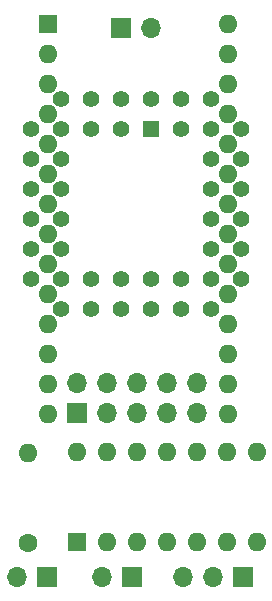
<source format=gbs>
G04 #@! TF.GenerationSoftware,KiCad,Pcbnew,(5.1.9)-1*
G04 #@! TF.CreationDate,2023-07-24T12:28:25+01:00*
G04 #@! TF.ProjectId,ezPLAv2.0_TestPCB,657a504c-4176-4322-9e30-5f5465737450,v2.0 TEST PCB*
G04 #@! TF.SameCoordinates,Original*
G04 #@! TF.FileFunction,Soldermask,Bot*
G04 #@! TF.FilePolarity,Negative*
%FSLAX46Y46*%
G04 Gerber Fmt 4.6, Leading zero omitted, Abs format (unit mm)*
G04 Created by KiCad (PCBNEW (5.1.9)-1) date 2023-07-24 12:28:25*
%MOMM*%
%LPD*%
G01*
G04 APERTURE LIST*
%ADD10R,1.600000X1.600000*%
%ADD11O,1.600000X1.600000*%
%ADD12O,1.700000X1.700000*%
%ADD13R,1.700000X1.700000*%
%ADD14C,1.422400*%
%ADD15R,1.422400X1.422400*%
%ADD16C,1.600000*%
G04 APERTURE END LIST*
D10*
X140227600Y-102617000D03*
D11*
X155467600Y-135637000D03*
X140227600Y-105157000D03*
X155467600Y-133097000D03*
X140227600Y-107697000D03*
X155467600Y-130557000D03*
X140227600Y-110237000D03*
X155467600Y-128017000D03*
X140227600Y-112777000D03*
X155467600Y-125477000D03*
X140227600Y-115317000D03*
X155467600Y-122937000D03*
X140227600Y-117857000D03*
X155467600Y-120397000D03*
X140227600Y-120397000D03*
X155467600Y-117857000D03*
X140227600Y-122937000D03*
X155467600Y-115317000D03*
X140227600Y-125477000D03*
X155467600Y-112777000D03*
X140227600Y-128017000D03*
X155467600Y-110237000D03*
X140227600Y-130557000D03*
X155467600Y-107697000D03*
X140227600Y-133097000D03*
X155467600Y-105157000D03*
X140227600Y-135637000D03*
X155467600Y-102617000D03*
D12*
X149000000Y-103000000D03*
D13*
X146460000Y-103000000D03*
D14*
X156620000Y-111500000D03*
X156620000Y-114040000D03*
X156620000Y-116580000D03*
X156620000Y-119120000D03*
X156620000Y-121660000D03*
X154080000Y-108960000D03*
X154080000Y-114040000D03*
X154080000Y-116580000D03*
X154080000Y-119120000D03*
X154080000Y-121660000D03*
X154080000Y-124200000D03*
X154080000Y-126740000D03*
X151540000Y-126740000D03*
X149000000Y-126740000D03*
X146460000Y-126740000D03*
X143920000Y-126740000D03*
X141380000Y-126740000D03*
X156620000Y-124200000D03*
X151540000Y-124200000D03*
X149000000Y-124200000D03*
X146460000Y-124200000D03*
X143920000Y-124200000D03*
X141380000Y-124200000D03*
X138840000Y-124200000D03*
X138840000Y-121660000D03*
X138840000Y-119120000D03*
X138840000Y-116580000D03*
X138840000Y-114040000D03*
X138840000Y-111500000D03*
X141380000Y-121660000D03*
X141380000Y-119120000D03*
X141380000Y-116580000D03*
X141380000Y-114040000D03*
X141380000Y-111500000D03*
X151540000Y-108960000D03*
X149000000Y-108960000D03*
X141380000Y-108960000D03*
X143920000Y-108960000D03*
X146460000Y-108960000D03*
X154080000Y-111500000D03*
X151540000Y-111500000D03*
X143920000Y-111500000D03*
X146460000Y-111500000D03*
D15*
X149000000Y-111500000D03*
D13*
X142710000Y-135540000D03*
D12*
X142710000Y-133000000D03*
X145250000Y-135540000D03*
X145250000Y-133000000D03*
X147790000Y-135540000D03*
X147790000Y-133000000D03*
X150330000Y-135540000D03*
X150330000Y-133000000D03*
X152870000Y-135540000D03*
X152870000Y-133000000D03*
D16*
X138575000Y-146575000D03*
D11*
X138575000Y-138955000D03*
D10*
X142675000Y-146525000D03*
D11*
X157915000Y-138905000D03*
X145215000Y-146525000D03*
X155375000Y-138905000D03*
X147755000Y-146525000D03*
X152835000Y-138905000D03*
X150295000Y-146525000D03*
X150295000Y-138905000D03*
X152835000Y-146525000D03*
X147755000Y-138905000D03*
X155375000Y-146525000D03*
X145215000Y-138905000D03*
X157915000Y-146525000D03*
X142675000Y-138905000D03*
D13*
X156800000Y-149425000D03*
D12*
X154260000Y-149425000D03*
X151720000Y-149425000D03*
D13*
X140125000Y-149425000D03*
D12*
X137585000Y-149425000D03*
X144835000Y-149425000D03*
D13*
X147375000Y-149425000D03*
M02*

</source>
